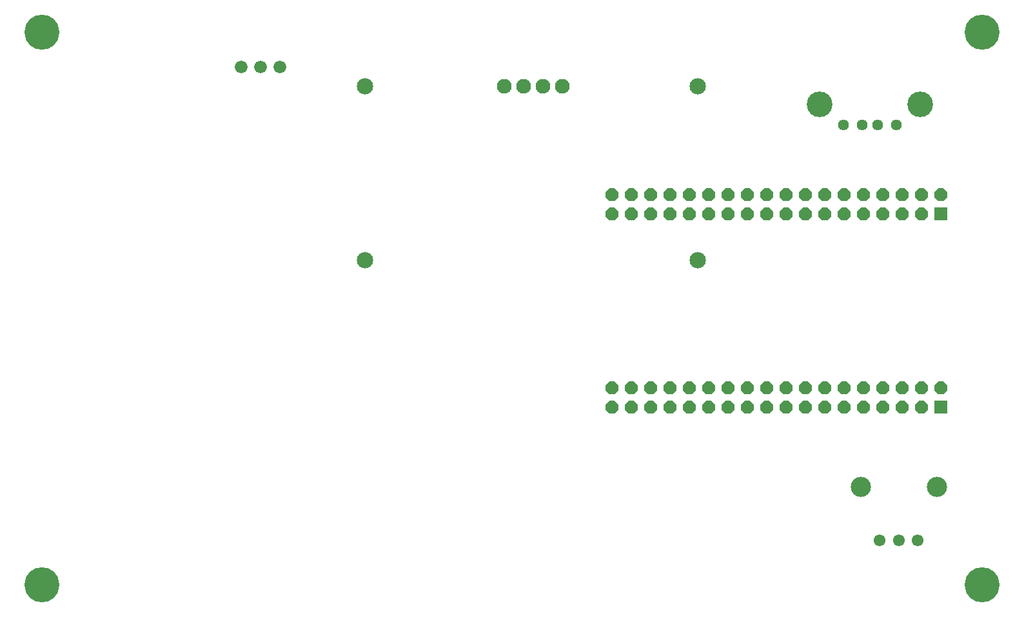
<source format=gbr>
G04 EAGLE Gerber RS-274X export*
G75*
%MOMM*%
%FSLAX34Y34*%
%LPD*%
%INSoldermask Bottom*%
%IPPOS*%
%AMOC8*
5,1,8,0,0,1.08239X$1,22.5*%
G01*
%ADD10C,2.152400*%
%ADD11C,1.930400*%
%ADD12R,1.676400X1.676400*%
%ADD13P,1.814519X8X202.500000*%
%ADD14C,1.676400*%
%ADD15C,1.552400*%
%ADD16C,2.652400*%
%ADD17C,1.440400*%
%ADD18C,3.372400*%
%ADD19C,4.597400*%


D10*
X505460Y711200D03*
X505460Y482600D03*
X942340Y711200D03*
X942340Y482600D03*
D11*
X688340Y711200D03*
X713740Y711200D03*
X739140Y711200D03*
X764540Y711200D03*
D12*
X1261700Y289300D03*
D13*
X1261700Y314700D03*
X1236300Y289300D03*
X1236300Y314700D03*
X1210900Y289300D03*
X1210900Y314700D03*
X1185500Y289300D03*
X1185500Y314700D03*
X1160100Y289300D03*
X1160100Y314700D03*
X1134700Y289300D03*
X1134700Y314700D03*
X1109300Y289300D03*
X1109300Y314700D03*
X1083900Y289300D03*
X1083900Y314700D03*
X1058500Y289300D03*
X1058500Y314700D03*
X1033100Y289300D03*
X1033100Y314700D03*
X1007700Y289300D03*
X1007700Y314700D03*
X982300Y289300D03*
X982300Y314700D03*
X956900Y289300D03*
X956900Y314700D03*
X931500Y289300D03*
X931500Y314700D03*
X906100Y289300D03*
X906100Y314700D03*
X880700Y289300D03*
X880700Y314700D03*
X855300Y289300D03*
X855300Y314700D03*
X829900Y289300D03*
X829900Y314700D03*
D12*
X1261700Y543300D03*
D13*
X1261700Y568700D03*
X1236300Y543300D03*
X1236300Y568700D03*
X1210900Y543300D03*
X1210900Y568700D03*
X1185500Y543300D03*
X1185500Y568700D03*
X1160100Y543300D03*
X1160100Y568700D03*
X1134700Y543300D03*
X1134700Y568700D03*
X1109300Y543300D03*
X1109300Y568700D03*
X1083900Y543300D03*
X1083900Y568700D03*
X1058500Y543300D03*
X1058500Y568700D03*
X1033100Y543300D03*
X1033100Y568700D03*
X1007700Y543300D03*
X1007700Y568700D03*
X982300Y543300D03*
X982300Y568700D03*
X956900Y543300D03*
X956900Y568700D03*
X931500Y543300D03*
X931500Y568700D03*
X906100Y543300D03*
X906100Y568700D03*
X880700Y543300D03*
X880700Y568700D03*
X855300Y543300D03*
X855300Y568700D03*
X829900Y543300D03*
X829900Y568700D03*
D14*
X342900Y736600D03*
X368300Y736600D03*
X393700Y736600D03*
D15*
X1181500Y114300D03*
X1206500Y114300D03*
X1231500Y114300D03*
D16*
X1156500Y184300D03*
X1256500Y184300D03*
D17*
X1203400Y660400D03*
X1133400Y660400D03*
X1158400Y660400D03*
X1178400Y660400D03*
D18*
X1102700Y687500D03*
X1234100Y687500D03*
D19*
X81280Y55880D03*
X1315720Y55880D03*
X81280Y782320D03*
X1315720Y782320D03*
M02*

</source>
